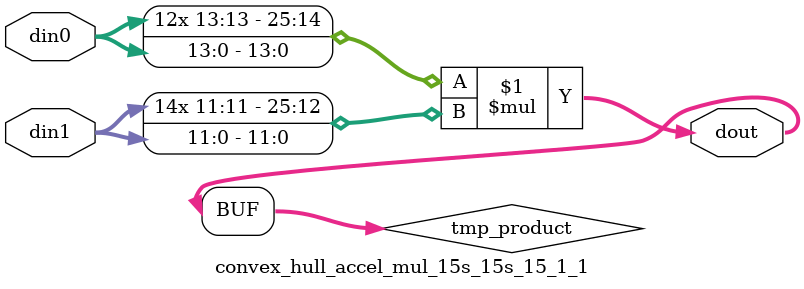
<source format=v>

`timescale 1 ns / 1 ps

  module convex_hull_accel_mul_15s_15s_15_1_1(din0, din1, dout);
parameter ID = 1;
parameter NUM_STAGE = 0;
parameter din0_WIDTH = 14;
parameter din1_WIDTH = 12;
parameter dout_WIDTH = 26;

input [din0_WIDTH - 1 : 0] din0; 
input [din1_WIDTH - 1 : 0] din1; 
output [dout_WIDTH - 1 : 0] dout;

wire signed [dout_WIDTH - 1 : 0] tmp_product;













assign tmp_product = $signed(din0) * $signed(din1);








assign dout = tmp_product;







endmodule

</source>
